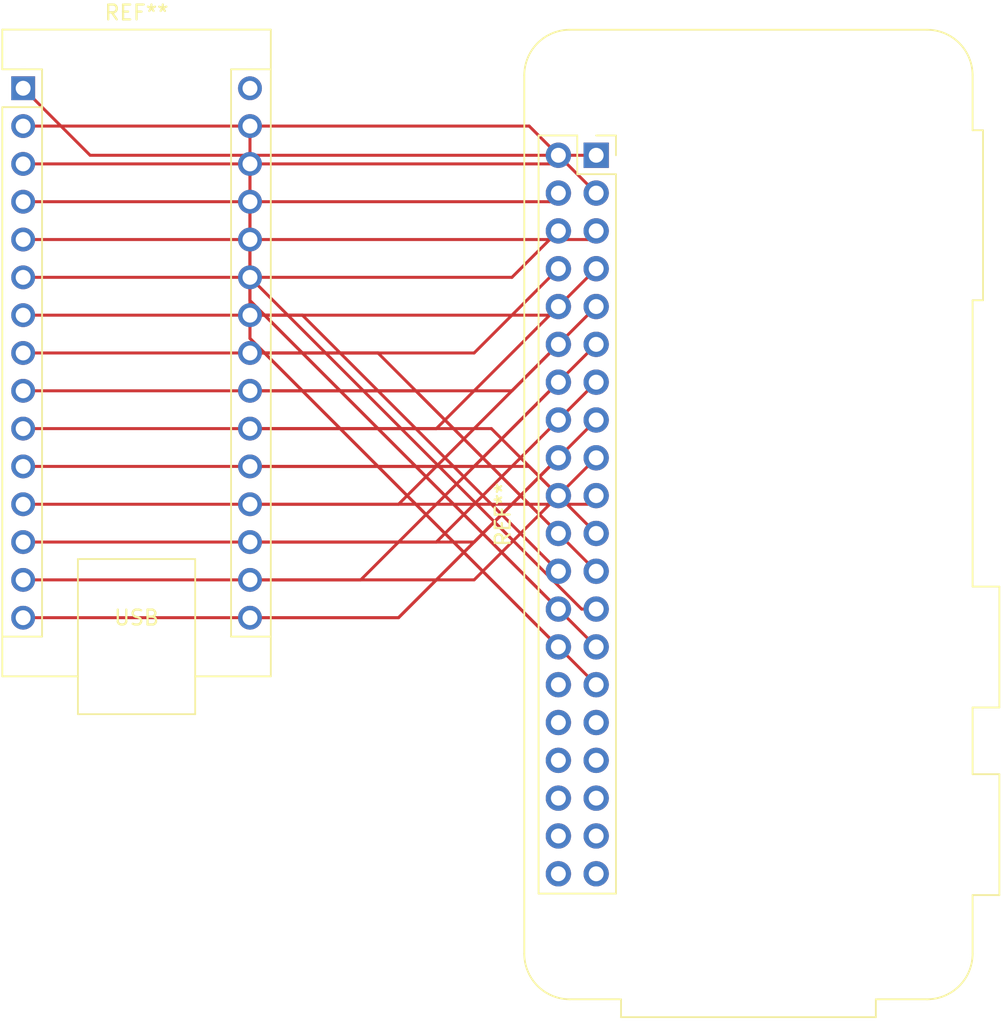
<source format=kicad_pcb>
(kicad_pcb (version 20240108) (generator "pcbnew") (generator_version "8.0")
  (layers (0 "F.Cu" signal) (31 "B.Cu" signal) (34 "B.Paste" user) (35 "F.Paste" user) (36 "B.SilkS" user "B.Silkscreen") (37 "F.SilkS" user "F.Silkscreen") (38 "B.Mask" user) (39 "F.Mask" user) (44 "Edge.Cuts" user))
  (net 0 "")
  (footprint "Module:Raspberry_Pi_Zero_Socketed_THT_FaceDown_MountingHoles" (layer "F.Cu") (at 69 36)
    (property "Reference" "REF**" (at -6.27 24.13 90) (layer "F.SilkS"))
    (property "Value" "Raspberry_Pi_Zero_Socketed_THT_FaceDown_MountingHoles")
    (fp_line (start -4.83 53.63) (end -4.83 -5.37) (stroke (width 0.12)) (layer "F.SilkS"))
    (fp_line (start -3.87 -1.33) (end -3.87 49.59) (stroke (width 0.12)) (layer "F.SilkS"))
    (fp_line (start -3.87 -1.33) (end -1.27 -1.33) (stroke (width 0.12)) (layer "F.SilkS"))
    (fp_line (start -3.87 49.59) (end 1.33 49.59) (stroke (width 0.12)) (layer "F.SilkS"))
    (fp_line (start -1.77 -8.43) (end 22.23 -8.43) (stroke (width 0.12)) (layer "F.SilkS"))
    (fp_line (start -1.27 -1.33) (end -1.27 1.27) (stroke (width 0.12)) (layer "F.SilkS"))
    (fp_line (start -1.27 1.27) (end 1.33 1.27) (stroke (width 0.12)) (layer "F.SilkS"))
    (fp_line (start 0 -1.33) (end 1.33 -1.33) (stroke (width 0.12)) (layer "F.SilkS"))
    (fp_line (start 1.33 -1.33) (end 1.33 0) (stroke (width 0.12)) (layer "F.SilkS"))
    (fp_line (start 1.33 1.27) (end 1.33 49.59) (stroke (width 0.12)) (layer "F.SilkS"))
    (fp_line (start 1.67 56.69) (end -1.77 56.69) (stroke (width 0.12)) (layer "F.SilkS"))
    (fp_line (start 1.67 56.69) (end 1.67 57.89) (stroke (width 0.12)) (layer "F.SilkS"))
    (fp_line (start 1.67 57.89) (end 18.79 57.89) (stroke (width 0.12)) (layer "F.SilkS"))
    (fp_line (start 18.79 56.69) (end 22.23 56.69) (stroke (width 0.12)) (layer "F.SilkS"))
    (fp_line (start 18.79 57.89) (end 18.79 56.69) (stroke (width 0.12)) (layer "F.SilkS"))
    (fp_line (start 25.29 -1.68) (end 25.29 -5.37) (stroke (width 0.12)) (layer "F.SilkS"))
    (fp_line (start 25.29 9.74) (end 25.99 9.74) (stroke (width 0.12)) (layer "F.SilkS"))
    (fp_line (start 25.29 28.97) (end 25.29 9.74) (stroke (width 0.12)) (layer "F.SilkS"))
    (fp_line (start 25.29 37.09) (end 27.09 37.09) (stroke (width 0.12)) (layer "F.SilkS"))
    (fp_line (start 25.29 41.57) (end 25.29 37.09) (stroke (width 0.12)) (layer "F.SilkS"))
    (fp_line (start 25.29 49.69) (end 27.09 49.69) (stroke (width 0.12)) (layer "F.SilkS"))
    (fp_line (start 25.29 53.63) (end 25.29 49.69) (stroke (width 0.12)) (layer "F.SilkS"))
    (fp_line (start 25.99 -1.68) (end 25.29 -1.68) (stroke (width 0.12)) (layer "F.SilkS"))
    (fp_line (start 25.99 9.74) (end 25.99 -1.68) (stroke (width 0.12)) (layer "F.SilkS"))
    (fp_line (start 27.09 28.97) (end 25.29 28.97) (stroke (width 0.12)) (layer "F.SilkS"))
    (fp_line (start 27.09 37.09) (end 27.09 28.97) (stroke (width 0.12)) (layer "F.SilkS"))
    (fp_line (start 27.09 41.57) (end 25.29 41.57) (stroke (width 0.12)) (layer "F.SilkS"))
    (fp_line (start 27.09 49.69) (end 27.09 41.57) (stroke (width 0.12)) (layer "F.SilkS"))
    (fp_arc (start -4.83 -5.37) (mid -3.933747 -7.533747) (end -1.77 -8.43) (stroke (width 0.12)) (layer "F.SilkS"))
    (fp_arc (start -1.77 56.69) (mid -3.933747 55.793747) (end -4.83 53.63) (stroke (width 0.12)) (layer "F.SilkS"))
    (fp_arc (start 22.23 -8.43) (mid 24.393747 -7.533747) (end 25.29 -5.37) (stroke (width 0.12)) (layer "F.SilkS"))
    (fp_arc (start 25.29 53.63) (mid 24.393747 55.793747) (end 22.23 56.69) (stroke (width 0.12)) (layer "F.SilkS"))
    (pad "" np_thru_hole circle (at -1.27 -4.87 90) (size 2.75 2.75) (drill 2.75) (layers "*.Cu" "*.Mask"))
    (pad "" np_thru_hole circle (at -1.27 53.13 90) (size 2.75 2.75) (drill 2.75) (layers "*.Cu" "*.Mask"))
    (pad "" np_thru_hole circle (at 21.73 -4.87 90) (size 2.75 2.75) (drill 2.75) (layers "*.Cu" "*.Mask"))
    (pad "" np_thru_hole circle (at 21.73 53.13 90) (size 2.75 2.75) (drill 2.75) (layers "*.Cu" "*.Mask"))
    (pad "1" thru_hole rect (at 0 0) (size 1.7 1.7) (drill 1) (layers "*.Cu" "*.Mask"))
    (pad "2" thru_hole oval (at -2.54 0) (size 1.7 1.7) (drill 1) (layers "*.Cu" "*.Mask"))
    (pad "3" thru_hole oval (at 0 2.54) (size 1.7 1.7) (drill 1) (layers "*.Cu" "*.Mask"))
    (pad "4" thru_hole oval (at -2.54 2.54) (size 1.7 1.7) (drill 1) (layers "*.Cu" "*.Mask"))
    (pad "5" thru_hole oval (at 0 5.08) (size 1.7 1.7) (drill 1) (layers "*.Cu" "*.Mask"))
    (pad "6" thru_hole oval (at -2.54 5.08) (size 1.7 1.7) (drill 1) (layers "*.Cu" "*.Mask"))
    (pad "7" thru_hole oval (at 0 7.62) (size 1.7 1.7) (drill 1) (layers "*.Cu" "*.Mask"))
    (pad "8" thru_hole oval (at -2.54 7.62) (size 1.7 1.7) (drill 1) (layers "*.Cu" "*.Mask"))
    (pad "9" thru_hole oval (at 0 10.16) (size 1.7 1.7) (drill 1) (layers "*.Cu" "*.Mask"))
    (pad "10" thru_hole oval (at -2.54 10.16) (size 1.7 1.7) (drill 1) (layers "*.Cu" "*.Mask"))
    (pad "11" thru_hole oval (at 0 12.7) (size 1.7 1.7) (drill 1) (layers "*.Cu" "*.Mask"))
    (pad "12" thru_hole oval (at -2.54 12.7) (size 1.7 1.7) (drill 1) (layers "*.Cu" "*.Mask"))
    (pad "13" thru_hole oval (at 0 15.24) (size 1.7 1.7) (drill 1) (layers "*.Cu" "*.Mask"))
    (pad "14" thru_hole oval (at -2.54 15.24) (size 1.7 1.7) (drill 1) (layers "*.Cu" "*.Mask"))
    (pad "15" thru_hole oval (at 0 17.78) (size 1.7 1.7) (drill 1) (layers "*.Cu" "*.Mask"))
    (pad "16" thru_hole oval (at -2.54 17.78) (size 1.7 1.7) (drill 1) (layers "*.Cu" "*.Mask"))
    (pad "17" thru_hole oval (at 0 20.32) (size 1.7 1.7) (drill 1) (layers "*.Cu" "*.Mask"))
    (pad "18" thru_hole oval (at -2.54 20.32) (size 1.7 1.7) (drill 1) (layers "*.Cu" "*.Mask"))
    (pad "19" thru_hole oval (at 0 22.86) (size 1.7 1.7) (drill 1) (layers "*.Cu" "*.Mask"))
    (pad "20" thru_hole oval (at -2.54 22.86) (size 1.7 1.7) (drill 1) (layers "*.Cu" "*.Mask"))
    (pad "21" thru_hole oval (at 0 25.4) (size 1.7 1.7) (drill 1) (layers "*.Cu" "*.Mask"))
    (pad "22" thru_hole oval (at -2.54 25.4) (size 1.7 1.7) (drill 1) (layers "*.Cu" "*.Mask"))
    (pad "23" thru_hole oval (at 0 27.94) (size 1.7 1.7) (drill 1) (layers "*.Cu" "*.Mask"))
    (pad "24" thru_hole oval (at -2.54 27.94) (size 1.7 1.7) (drill 1) (layers "*.Cu" "*.Mask"))
    (pad "25" thru_hole oval (at 0 30.48) (size 1.7 1.7) (drill 1) (layers "*.Cu" "*.Mask"))
    (pad "26" thru_hole oval (at -2.54 30.48) (size 1.7 1.7) (drill 1) (layers "*.Cu" "*.Mask"))
    (pad "27" thru_hole oval (at 0 33.02) (size 1.7 1.7) (drill 1) (layers "*.Cu" "*.Mask"))
    (pad "28" thru_hole oval (at -2.54 33.02) (size 1.7 1.7) (drill 1) (layers "*.Cu" "*.Mask"))
    (pad "29" thru_hole oval (at 0 35.56) (size 1.7 1.7) (drill 1) (layers "*.Cu" "*.Mask"))
    (pad "30" thru_hole oval (at -2.54 35.56) (size 1.7 1.7) (drill 1) (layers "*.Cu" "*.Mask"))
    (pad "31" thru_hole oval (at 0 38.1) (size 1.7 1.7) (drill 1) (layers "*.Cu" "*.Mask"))
    (pad "32" thru_hole oval (at -2.54 38.1) (size 1.7 1.7) (drill 1) (layers "*.Cu" "*.Mask"))
    (pad "33" thru_hole oval (at 0 40.64) (size 1.7 1.7) (drill 1) (layers "*.Cu" "*.Mask"))
    (pad "34" thru_hole oval (at -2.54 40.64) (size 1.7 1.7) (drill 1) (layers "*.Cu" "*.Mask"))
    (pad "35" thru_hole oval (at 0 43.18) (size 1.7 1.7) (drill 1) (layers "*.Cu" "*.Mask"))
    (pad "36" thru_hole oval (at -2.54 43.18) (size 1.7 1.7) (drill 1) (layers "*.Cu" "*.Mask"))
    (pad "37" thru_hole oval (at 0 45.72) (size 1.7 1.7) (drill 1) (layers "*.Cu" "*.Mask"))
    (pad "38" thru_hole oval (at -2.54 45.72) (size 1.7 1.7) (drill 1) (layers "*.Cu" "*.Mask"))
    (pad "39" thru_hole oval (at 0 48.26) (size 1.7 1.7) (drill 1) (layers "*.Cu" "*.Mask"))
    (pad "40" thru_hole oval (at -2.54 48.26) (size 1.7 1.7) (drill 1) (layers "*.Cu" "*.Mask"))
  )
  (footprint "Module:Arduino_Nano_WithMountingHoles" (layer "F.Cu") (at 30.5 31.5)
    (property "Reference" "REF**" (at 7.62 -5.08 0) (layer "F.SilkS"))
    (property "Value" "Arduino_Nano_WithMountingHoles")
    (fp_line (start -1.4 -3.94) (end -1.4 -1.27) (stroke (width 0.12)) (layer "F.SilkS"))
    (fp_line (start -1.4 1.27) (end -1.4 39.5) (stroke (width 0.12)) (layer "F.SilkS"))
    (fp_line (start -1.4 39.5) (end 3.68 39.5) (stroke (width 0.12)) (layer "F.SilkS"))
    (fp_line (start 1.27 -1.27) (end -1.4 -1.27) (stroke (width 0.12)) (layer "F.SilkS"))
    (fp_line (start 1.27 1.27) (end -1.4 1.27) (stroke (width 0.12)) (layer "F.SilkS"))
    (fp_line (start 1.27 1.27) (end 1.27 -1.27) (stroke (width 0.12)) (layer "F.SilkS"))
    (fp_line (start 1.27 1.27) (end 1.27 36.83) (stroke (width 0.12)) (layer "F.SilkS"))
    (fp_line (start 1.27 36.83) (end -1.4 36.83) (stroke (width 0.12)) (layer "F.SilkS"))
    (fp_line (start 3.68 31.62) (end 11.56 31.62) (stroke (width 0.12)) (layer "F.SilkS"))
    (fp_line (start 3.68 42.04) (end 3.68 31.62) (stroke (width 0.12)) (layer "F.SilkS"))
    (fp_line (start 11.56 31.62) (end 11.56 42.04) (stroke (width 0.12)) (layer "F.SilkS"))
    (fp_line (start 11.56 42.04) (end 3.68 42.04) (stroke (width 0.12)) (layer "F.SilkS"))
    (fp_line (start 13.97 -1.27) (end 13.97 36.83) (stroke (width 0.12)) (layer "F.SilkS"))
    (fp_line (start 13.97 -1.27) (end 16.64 -1.27) (stroke (width 0.12)) (layer "F.SilkS"))
    (fp_line (start 13.97 36.83) (end 16.64 36.83) (stroke (width 0.12)) (layer "F.SilkS"))
    (fp_line (start 16.64 -3.94) (end -1.4 -3.94) (stroke (width 0.12)) (layer "F.SilkS"))
    (fp_line (start 16.64 39.5) (end 11.56 39.5) (stroke (width 0.12)) (layer "F.SilkS"))
    (fp_line (start 16.64 39.5) (end 16.64 -3.94) (stroke (width 0.12)) (layer "F.SilkS"))
    (fp_text user "USB" (at 7.62 35.56 0) (layer "F.SilkS"))
    (pad "" np_thru_hole circle (at 0 -2.54) (size 1.78 1.78) (drill 1.78) (layers "*.Cu" "*.Mask"))
    (pad "" np_thru_hole circle (at 0 38.1) (size 1.78 1.78) (drill 1.78) (layers "*.Cu" "*.Mask"))
    (pad "" np_thru_hole circle (at 15.24 -2.54) (size 1.78 1.78) (drill 1.78) (layers "*.Cu" "*.Mask"))
    (pad "" np_thru_hole circle (at 15.24 38.1) (size 1.78 1.78) (drill 1.78) (layers "*.Cu" "*.Mask"))
    (pad "1" thru_hole rect (at 0 0) (size 1.6 1.6) (drill 1) (layers "*.Cu" "*.Mask"))
    (pad "2" thru_hole oval (at 0 2.54) (size 1.6 1.6) (drill 1) (layers "*.Cu" "*.Mask"))
    (pad "3" thru_hole oval (at 0 5.08) (size 1.6 1.6) (drill 1) (layers "*.Cu" "*.Mask"))
    (pad "4" thru_hole oval (at 0 7.62) (size 1.6 1.6) (drill 1) (layers "*.Cu" "*.Mask"))
    (pad "5" thru_hole oval (at 0 10.16) (size 1.6 1.6) (drill 1) (layers "*.Cu" "*.Mask"))
    (pad "6" thru_hole oval (at 0 12.7) (size 1.6 1.6) (drill 1) (layers "*.Cu" "*.Mask"))
    (pad "7" thru_hole oval (at 0 15.24) (size 1.6 1.6) (drill 1) (layers "*.Cu" "*.Mask"))
    (pad "8" thru_hole oval (at 0 17.78) (size 1.6 1.6) (drill 1) (layers "*.Cu" "*.Mask"))
    (pad "9" thru_hole oval (at 0 20.32) (size 1.6 1.6) (drill 1) (layers "*.Cu" "*.Mask"))
    (pad "10" thru_hole oval (at 0 22.86) (size 1.6 1.6) (drill 1) (layers "*.Cu" "*.Mask"))
    (pad "11" thru_hole oval (at 0 25.4) (size 1.6 1.6) (drill 1) (layers "*.Cu" "*.Mask"))
    (pad "12" thru_hole oval (at 0 27.94) (size 1.6 1.6) (drill 1) (layers "*.Cu" "*.Mask"))
    (pad "13" thru_hole oval (at 0 30.48) (size 1.6 1.6) (drill 1) (layers "*.Cu" "*.Mask"))
    (pad "14" thru_hole oval (at 0 33.02) (size 1.6 1.6) (drill 1) (layers "*.Cu" "*.Mask"))
    (pad "15" thru_hole oval (at 0 35.56) (size 1.6 1.6) (drill 1) (layers "*.Cu" "*.Mask"))
    (pad "16" thru_hole oval (at 15.24 35.56) (size 1.6 1.6) (drill 1) (layers "*.Cu" "*.Mask"))
    (pad "17" thru_hole oval (at 15.24 33.02) (size 1.6 1.6) (drill 1) (layers "*.Cu" "*.Mask"))
    (pad "18" thru_hole oval (at 15.24 30.48) (size 1.6 1.6) (drill 1) (layers "*.Cu" "*.Mask"))
    (pad "19" thru_hole oval (at 15.24 27.94) (size 1.6 1.6) (drill 1) (layers "*.Cu" "*.Mask"))
    (pad "20" thru_hole oval (at 15.24 25.4) (size 1.6 1.6) (drill 1) (layers "*.Cu" "*.Mask"))
    (pad "21" thru_hole oval (at 15.24 22.86) (size 1.6 1.6) (drill 1) (layers "*.Cu" "*.Mask"))
    (pad "22" thru_hole oval (at 15.24 20.32) (size 1.6 1.6) (drill 1) (layers "*.Cu" "*.Mask"))
    (pad "23" thru_hole oval (at 15.24 17.78) (size 1.6 1.6) (drill 1) (layers "*.Cu" "*.Mask"))
    (pad "24" thru_hole oval (at 15.24 15.24) (size 1.6 1.6) (drill 1) (layers "*.Cu" "*.Mask"))
    (pad "25" thru_hole oval (at 15.24 12.7) (size 1.6 1.6) (drill 1) (layers "*.Cu" "*.Mask"))
    (pad "26" thru_hole oval (at 15.24 10.16) (size 1.6 1.6) (drill 1) (layers "*.Cu" "*.Mask"))
    (pad "27" thru_hole oval (at 15.24 7.62) (size 1.6 1.6) (drill 1) (layers "*.Cu" "*.Mask"))
    (pad "28" thru_hole oval (at 15.24 5.08) (size 1.6 1.6) (drill 1) (layers "*.Cu" "*.Mask"))
    (pad "29" thru_hole oval (at 15.24 2.54) (size 1.6 1.6) (drill 1) (layers "*.Cu" "*.Mask"))
    (pad "30" thru_hole oval (at 15.24 0) (size 1.6 1.6) (drill 1) (layers "*.Cu" "*.Mask"))
  )
  (segment (start 45.74 48.3) (end 66.46 69.02) (width 0.2) (layer "F.Cu") (net 0))
  (segment (start 68.42 59.44) (end 69 58.86) (width 0.2) (layer "F.Cu") (net 0))
  (segment (start 45.74 67.06) (end 55.72 67.06) (width 0.2) (layer "F.Cu") (net 0))
  (segment (start 35 36) (end 30.5 31.5) (width 0.2) (layer "F.Cu") (net 0))
  (segment (start 61.96 54.36) (end 69 61.4) (width 0.2) (layer "F.Cu") (net 0))
  (segment (start 30.5 44.2) (end 63.34 44.2) (width 0.2) (layer "F.Cu") (net 0))
  (segment (start 45.74 51.82) (end 56.88 51.82) (width 0.2) (layer "F.Cu") (net 0))
  (segment (start 60.8 64.52) (end 69 56.32) (width 0.2) (layer "F.Cu") (net 0))
  (segment (start 30.5 51.82) (end 63.34 51.82) (width 0.2) (layer "F.Cu") (net 0))
  (segment (start 45.74 61.98) (end 60.8 61.98) (width 0.2) (layer "F.Cu") (net 0))
  (segment (start 67.04 36.58) (end 69 38.54) (width 0.2) (layer "F.Cu") (net 0))
  (segment (start 30.5 56.9) (end 60.8 56.9) (width 0.2) (layer "F.Cu") (net 0))
  (segment (start 30.5 36.58) (end 67.04 36.58) (width 0.2) (layer "F.Cu") (net 0))
  (segment (start 45.74 56.9) (end 64.5 56.9) (width 0.2) (layer "F.Cu") (net 0))
  (segment (start 53.18 64.52) (end 66.46 51.24) (width 0.2) (layer "F.Cu") (net 0))
  (segment (start 45.74 44.2) (end 68.02 66.48) (width 0.2) (layer "F.Cu") (net 0))
  (segment (start 45.74 34.04) (end 45.74 48.3) (width 0.2) (layer "F.Cu") (net 0))
  (segment (start 45.74 45.76) (end 69 69.02) (width 0.2) (layer "F.Cu") (net 0))
  (segment (start 30.5 67.06) (end 55.72 67.06) (width 0.2) (layer "F.Cu") (net 0))
  (segment (start 45.74 59.44) (end 68.42 59.44) (width 0.2) (layer "F.Cu") (net 0))
  (segment (start 65.88 39.12) (end 66.46 38.54) (width 0.2) (layer "F.Cu") (net 0))
  (segment (start 65.88 46.74) (end 69 43.62) (width 0.2) (layer "F.Cu") (net 0))
  (segment (start 55.72 59.44) (end 66.46 48.7) (width 0.2) (layer "F.Cu") (net 0))
  (segment (start 30.5 59.44) (end 55.72 59.44) (width 0.2) (layer "F.Cu") (net 0))
  (segment (start 30.5 34.04) (end 64.5 34.04) (width 0.2) (layer "F.Cu") (net 0))
  (segment (start 64.5 34.04) (end 66.46 36) (width 0.2) (layer "F.Cu") (net 0))
  (segment (start 68.02 66.48) (end 69 66.48) (width 0.2) (layer "F.Cu") (net 0))
  (segment (start 58.26 54.36) (end 66.46 46.16) (width 0.2) (layer "F.Cu") (net 0))
  (segment (start 30.5 46.74) (end 65.88 46.74) (width 0.2) (layer "F.Cu") (net 0))
  (segment (start 30.5 49.28) (end 60.8 49.28) (width 0.2) (layer "F.Cu") (net 0))
  (segment (start 64.5 56.9) (end 66.46 58.86) (width 0.2) (layer "F.Cu") (net 0))
  (segment (start 45.74 64.52) (end 60.8 64.52) (width 0.2) (layer "F.Cu") (net 0))
  (segment (start 69 36) (end 35 36) (width 0.2) (layer "F.Cu") (net 0))
  (segment (start 63.34 44.2) (end 66.46 41.08) (width 0.2) (layer "F.Cu") (net 0))
  (segment (start 45.74 48.3) (end 69 71.56) (width 0.2) (layer "F.Cu") (net 0))
  (segment (start 45.74 46.74) (end 49.26 46.74) (width 0.2) (layer "F.Cu") (net 0))
  (segment (start 56.88 51.82) (end 66.46 61.4) (width 0.2) (layer "F.Cu") (net 0))
  (segment (start 63.34 51.82) (end 69 46.16) (width 0.2) (layer "F.Cu") (net 0))
  (segment (start 45.74 36.58) (end 45.74 48.3) (width 0.2) (layer "F.Cu") (net 0))
  (segment (start 55.72 67.06) (end 69 53.78) (width 0.2) (layer "F.Cu") (net 0))
  (segment (start 30.5 64.52) (end 53.18 64.52) (width 0.2) (layer "F.Cu") (net 0))
  (segment (start 30.5 41.66) (end 68.42 41.66) (width 0.2) (layer "F.Cu") (net 0))
  (segment (start 30.5 54.36) (end 58.26 54.36) (width 0.2) (layer "F.Cu") (net 0))
  (segment (start 45.74 39.12) (end 45.74 45.76) (width 0.2) (layer "F.Cu") (net 0))
  (segment (start 45.74 49.28) (end 54.34 49.28) (width 0.2) (layer "F.Cu") (net 0))
  (segment (start 60.8 49.28) (end 66.46 43.62) (width 0.2) (layer "F.Cu") (net 0))
  (segment (start 55.72 67.06) (end 66.46 56.32) (width 0.2) (layer "F.Cu") (net 0))
  (segment (start 30.5 61.98) (end 58.26 61.98) (width 0.2) (layer "F.Cu") (net 0))
  (segment (start 58.26 61.98) (end 69 51.24) (width 0.2) (layer "F.Cu") (net 0))
  (segment (start 45.74 41.66) (end 45.74 45.76) (width 0.2) (layer "F.Cu") (net 0))
  (segment (start 49.26 46.74) (end 66.46 63.94) (width 0.2) (layer "F.Cu") (net 0))
  (segment (start 60.8 61.98) (end 66.46 56.32) (width 0.2) (layer "F.Cu") (net 0))
  (segment (start 30.5 39.12) (end 65.88 39.12) (width 0.2) (layer "F.Cu") (net 0))
  (segment (start 54.34 49.28) (end 69 63.94) (width 0.2) (layer "F.Cu") (net 0))
  (segment (start 45.74 54.36) (end 61.96 54.36) (width 0.2) (layer "F.Cu") (net 0))
  (segment (start 60.8 56.9) (end 69 48.7) (width 0.2) (layer "F.Cu") (net 0))
  (segment (start 68.42 41.66) (end 69 41.08) (width 0.2) (layer "F.Cu") (net 0))
  (segment (start 45.74 45.76) (end 66.46 66.48) (width 0.2) (layer "F.Cu") (net 0))
)
</source>
